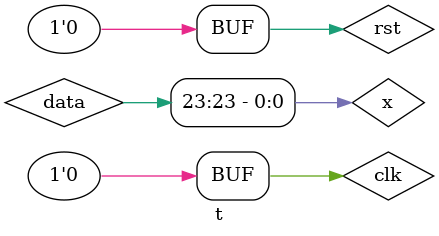
<source format=v>
`timescale 1ns/1ns
`define halfperiod 20

module t;
reg clk,rst;
reg [23:0] data;
wire z,x;
assign x=data[23];

initial begin
    clk=0;
    rst=1;
    #2 rst=0;
    #30 rst=10;
    
end
endmodule
</source>
